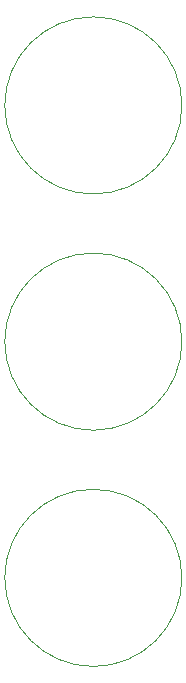
<source format=gbr>
%TF.GenerationSoftware,KiCad,Pcbnew,9.0.0*%
%TF.CreationDate,2025-03-13T16:46:45-04:00*%
%TF.ProjectId,IngestibleCapsule-Board_larger_vias,496e6765-7374-4696-926c-654361707375,rev?*%
%TF.SameCoordinates,Original*%
%TF.FileFunction,Profile,NP*%
%FSLAX46Y46*%
G04 Gerber Fmt 4.6, Leading zero omitted, Abs format (unit mm)*
G04 Created by KiCad (PCBNEW 9.0.0) date 2025-03-13 16:46:45*
%MOMM*%
%LPD*%
G01*
G04 APERTURE LIST*
%TA.AperFunction,Profile*%
%ADD10C,0.050000*%
%TD*%
G04 APERTURE END LIST*
D10*
X107500000Y-115000000D02*
G75*
G02*
X92500000Y-115000000I-7500000J0D01*
G01*
X92500000Y-115000000D02*
G75*
G02*
X107500000Y-115000000I7500000J0D01*
G01*
X107500000Y-95000000D02*
G75*
G02*
X92500000Y-95000000I-7500000J0D01*
G01*
X92500000Y-95000000D02*
G75*
G02*
X107500000Y-95000000I7500000J0D01*
G01*
X107500000Y-75000000D02*
G75*
G02*
X92500000Y-75000000I-7500000J0D01*
G01*
X92500000Y-75000000D02*
G75*
G02*
X107500000Y-75000000I7500000J0D01*
G01*
M02*

</source>
